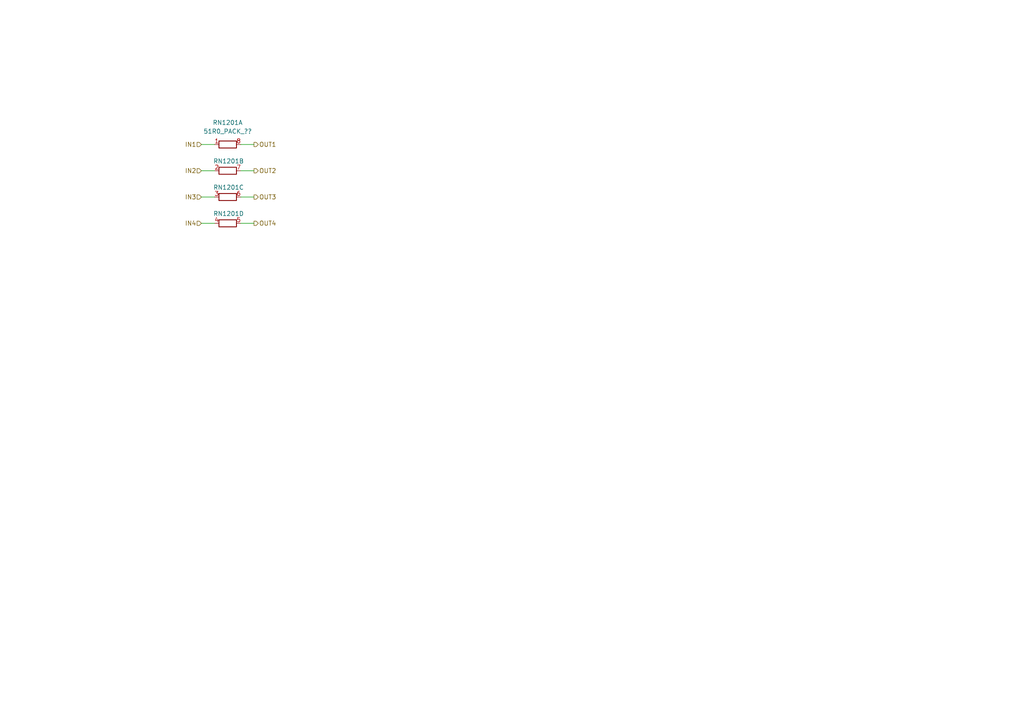
<source format=kicad_sch>
(kicad_sch (version 20250114) (generator "eeschema") (generator_version "9.0")
  (paper "A4")
  (title_block (title "Beacon Tower") (date "2025-06-14") (rev "1"))
  (lib_symbols
    (symbol "Device:R_Pack04_Split" (pin_names (offset 0) (hide yes))
      (property "Reference" "RN" (at 2.032 0 90))
      (property "Value" "R_Pack04_Split" (at 0 0 90))
      (symbol "R_Pack04_Split_0_1"
        (rectangle (start 1.016 2.54) (end -1.016 -2.54) (stroke (width 0.254)))
      )
      (symbol "R_Pack04_Split_1_1"
        (pin passive line (at 0 3.81 270) (length 1.27) (name "R1.2") (number "8"))
        (pin passive line (at 0 -3.81 90) (length 1.27) (name "R1.1") (number "1"))
      )
      (symbol "R_Pack04_Split_2_1"
        (pin passive line (at 0 3.81 270) (length 1.27) (name "R2.2") (number "7"))
        (pin passive line (at 0 -3.81 90) (length 1.27) (name "R2.1") (number "2"))
      )
      (symbol "R_Pack04_Split_3_1"
        (pin passive line (at 0 3.81 270) (length 1.27) (name "R3.2") (number "6"))
        (pin passive line (at 0 -3.81 90) (length 1.27) (name "R3.1") (number "3"))
      )
      (symbol "R_Pack04_Split_4_1"
        (pin passive line (at 0 3.81 270) (length 1.27) (name "R4.2") (number "5"))
        (pin passive line (at 0 -3.81 90) (length 1.27) (name "R4.1") (number "4"))
      )
    )
  )
  (wire (pts (xy 73.66 41.91) (xy 69.85 41.91)))
  (wire (pts (xy 58.42 41.91) (xy 62.23 41.91)))
  (wire (pts (xy 73.66 57.15) (xy 69.85 57.15)))
  (wire (pts (xy 73.66 64.77) (xy 69.85 64.77)))
  (wire (pts (xy 58.42 64.77) (xy 62.23 64.77)))
  (wire (pts (xy 73.66 49.53) (xy 69.85 49.53)))
  (wire (pts (xy 58.42 49.53) (xy 62.23 49.53)))
  (wire (pts (xy 58.42 57.15) (xy 62.23 57.15)))
  (hierarchical_label "OUT4" (shape output) (at 73.66 64.77 0) (property "Intersheetrefs" "${INTERSHEET_REFS}" (effects (hide yes))))
  (hierarchical_label "OUT2" (shape output) (at 73.66 49.53 0) (property "Intersheetrefs" "${INTERSHEET_REFS}" (effects (hide yes))))
  (hierarchical_label "OUT1" (shape output) (at 73.66 41.91 0) (property "Intersheetrefs" "${INTERSHEET_REFS}" (effects (hide yes))))
  (hierarchical_label "IN3" (shape input) (at 58.42 57.15 180) (property "Intersheetrefs" "${INTERSHEET_REFS}" (effects (hide yes))))
  (hierarchical_label "IN1" (shape input) (at 58.42 41.91 180) (property "Intersheetrefs" "${INTERSHEET_REFS}" (effects (hide yes))))
  (hierarchical_label "IN4" (shape input) (at 58.42 64.77 180) (property "Intersheetrefs" "${INTERSHEET_REFS}" (effects (hide yes))))
  (hierarchical_label "OUT3" (shape output) (at 73.66 57.15 0) (property "Intersheetrefs" "${INTERSHEET_REFS}" (effects (hide yes))))
  (hierarchical_label "IN2" (shape input) (at 58.42 49.53 180) (property "Intersheetrefs" "${INTERSHEET_REFS}" (effects (hide yes))))
  (symbol (lib_id "Device:R_Pack04_Split") (at 66.04 49.53 270) (unit 2)
    (property "Reference" "RN1101" (at 66.294 46.736 90))
    (property "Value" "51R0_PACK_??" (effects (hide yes)))
    (property "Description" "4 resistor network, parallel topology, split" (effects (hide yes)))
    (instances (project "Beacon_Tower" (path "" (reference "RN1201") (unit 2)) (path "" (reference "RN1301") (unit 2)) (path "" (reference "RN1101") (unit 2))))
  )
  (symbol (lib_id "Device:R_Pack04_Split") (at 66.04 57.15 270) (unit 3)
    (property "Reference" "RN1101" (at 66.294 54.356 90))
    (property "Value" "51R0_PACK_??" (effects (hide yes)))
    (property "Description" "4 resistor network, parallel topology, split" (effects (hide yes)))
    (instances (project "Beacon_Tower" (path "" (reference "RN1201") (unit 3)) (path "" (reference "RN1301") (unit 3)) (path "" (reference "RN1101") (unit 3))))
  )
  (symbol (lib_id "Device:R_Pack04_Split") (at 66.04 64.77 270) (unit 4)
    (property "Reference" "RN1101" (at 66.294 61.976 90))
    (property "Value" "51R0_PACK_??" (effects (hide yes)))
    (property "Description" "4 resistor network, parallel topology, split" (effects (hide yes)))
    (instances (project "Beacon_Tower" (path "" (reference "RN1201") (unit 4)) (path "" (reference "RN1301") (unit 4)) (path "" (reference "RN1101") (unit 4))))
  )
  (symbol (lib_id "Device:R_Pack04_Split") (at 66.04 41.91 270) (unit 1)
    (property "Reference" "RN1101" (at 66.04 35.56 90))
    (property "Value" "51R0_PACK_??" (at 66.04 38.1 90))
    (property "Description" "4 resistor network, parallel topology, split" (effects (hide yes)))
    (instances (project "Beacon_Tower" (path "" (reference "RN1201") (unit 1)) (path "" (reference "RN1301") (unit 1)) (path "" (reference "RN1101") (unit 1))))
  )
)
</source>
